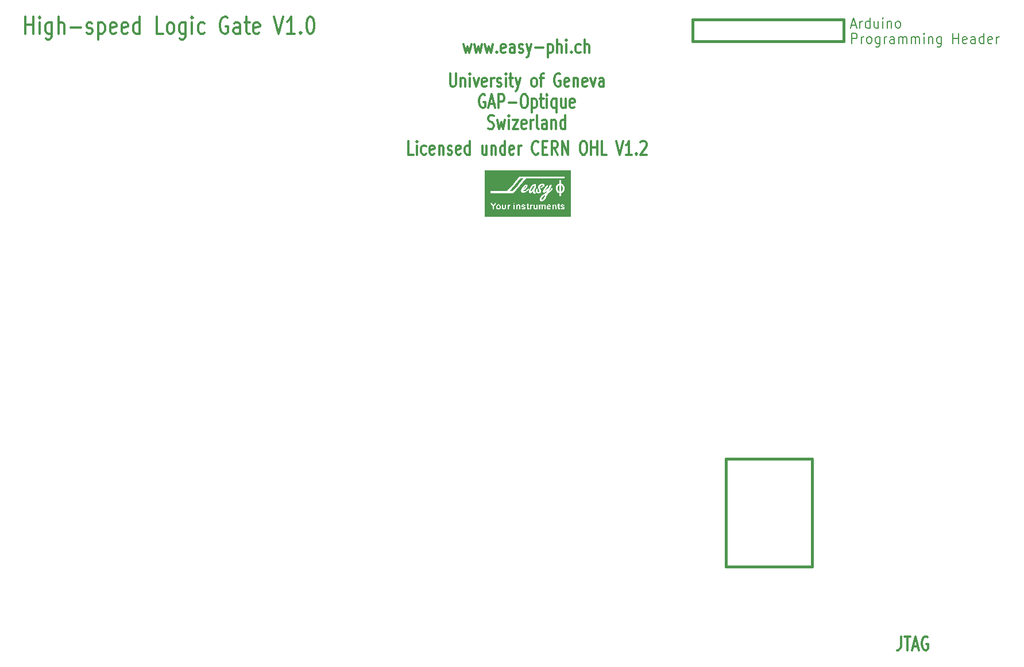
<source format=gto>
G04 (created by PCBNEW (2013-07-07 BZR 4022)-stable) date 10.12.2013 14:50:21*
%MOIN*%
G04 Gerber Fmt 3.4, Leading zero omitted, Abs format*
%FSLAX34Y34*%
G01*
G70*
G90*
G04 APERTURE LIST*
%ADD10C,0.00590551*%
%ADD11C,0.015*%
%ADD12C,0.011811*%
%ADD13C,0.00787402*%
%ADD14C,0.0001*%
G04 APERTURE END LIST*
G54D10*
G54D11*
X64500Y-21000D02*
X64500Y-22250D01*
X73250Y-21000D02*
X73250Y-22250D01*
X73250Y-22250D02*
X64500Y-22250D01*
X73250Y-21000D02*
X64500Y-21000D01*
G54D12*
X76594Y-56854D02*
X76594Y-57416D01*
X76566Y-57529D01*
X76510Y-57604D01*
X76425Y-57641D01*
X76369Y-57641D01*
X76791Y-56854D02*
X77128Y-56854D01*
X76960Y-57641D02*
X76960Y-56854D01*
X77297Y-57416D02*
X77578Y-57416D01*
X77241Y-57641D02*
X77438Y-56854D01*
X77634Y-57641D01*
X78141Y-56891D02*
X78084Y-56854D01*
X78000Y-56854D01*
X77916Y-56891D01*
X77859Y-56966D01*
X77831Y-57041D01*
X77803Y-57191D01*
X77803Y-57304D01*
X77831Y-57454D01*
X77859Y-57529D01*
X77916Y-57604D01*
X78000Y-57641D01*
X78056Y-57641D01*
X78141Y-57604D01*
X78169Y-57566D01*
X78169Y-57304D01*
X78056Y-57304D01*
G54D13*
X73707Y-21310D02*
X73969Y-21310D01*
X73654Y-21479D02*
X73838Y-20888D01*
X74022Y-21479D01*
X74206Y-21479D02*
X74206Y-21085D01*
X74206Y-21197D02*
X74232Y-21141D01*
X74258Y-21113D01*
X74311Y-21085D01*
X74363Y-21085D01*
X74783Y-21479D02*
X74783Y-20888D01*
X74783Y-21451D02*
X74730Y-21479D01*
X74625Y-21479D01*
X74573Y-21451D01*
X74547Y-21422D01*
X74520Y-21366D01*
X74520Y-21197D01*
X74547Y-21141D01*
X74573Y-21113D01*
X74625Y-21085D01*
X74730Y-21085D01*
X74783Y-21113D01*
X75282Y-21085D02*
X75282Y-21479D01*
X75045Y-21085D02*
X75045Y-21394D01*
X75072Y-21451D01*
X75124Y-21479D01*
X75203Y-21479D01*
X75255Y-21451D01*
X75282Y-21422D01*
X75544Y-21479D02*
X75544Y-21085D01*
X75544Y-20888D02*
X75518Y-20916D01*
X75544Y-20944D01*
X75570Y-20916D01*
X75544Y-20888D01*
X75544Y-20944D01*
X75807Y-21085D02*
X75807Y-21479D01*
X75807Y-21141D02*
X75833Y-21113D01*
X75885Y-21085D01*
X75964Y-21085D01*
X76017Y-21113D01*
X76043Y-21169D01*
X76043Y-21479D01*
X76384Y-21479D02*
X76332Y-21451D01*
X76305Y-21422D01*
X76279Y-21366D01*
X76279Y-21197D01*
X76305Y-21141D01*
X76332Y-21113D01*
X76384Y-21085D01*
X76463Y-21085D01*
X76515Y-21113D01*
X76541Y-21141D01*
X76568Y-21197D01*
X76568Y-21366D01*
X76541Y-21422D01*
X76515Y-21451D01*
X76463Y-21479D01*
X76384Y-21479D01*
X73733Y-22384D02*
X73733Y-21794D01*
X73943Y-21794D01*
X73996Y-21822D01*
X74022Y-21850D01*
X74048Y-21906D01*
X74048Y-21991D01*
X74022Y-22047D01*
X73996Y-22075D01*
X73943Y-22103D01*
X73733Y-22103D01*
X74284Y-22384D02*
X74284Y-21991D01*
X74284Y-22103D02*
X74311Y-22047D01*
X74337Y-22019D01*
X74389Y-21991D01*
X74442Y-21991D01*
X74704Y-22384D02*
X74652Y-22356D01*
X74625Y-22328D01*
X74599Y-22272D01*
X74599Y-22103D01*
X74625Y-22047D01*
X74652Y-22019D01*
X74704Y-21991D01*
X74783Y-21991D01*
X74835Y-22019D01*
X74862Y-22047D01*
X74888Y-22103D01*
X74888Y-22272D01*
X74862Y-22328D01*
X74835Y-22356D01*
X74783Y-22384D01*
X74704Y-22384D01*
X75360Y-21991D02*
X75360Y-22469D01*
X75334Y-22525D01*
X75308Y-22553D01*
X75255Y-22581D01*
X75177Y-22581D01*
X75124Y-22553D01*
X75360Y-22356D02*
X75308Y-22384D01*
X75203Y-22384D01*
X75150Y-22356D01*
X75124Y-22328D01*
X75098Y-22272D01*
X75098Y-22103D01*
X75124Y-22047D01*
X75150Y-22019D01*
X75203Y-21991D01*
X75308Y-21991D01*
X75360Y-22019D01*
X75623Y-22384D02*
X75623Y-21991D01*
X75623Y-22103D02*
X75649Y-22047D01*
X75675Y-22019D01*
X75728Y-21991D01*
X75780Y-21991D01*
X76200Y-22384D02*
X76200Y-22075D01*
X76174Y-22019D01*
X76122Y-21991D01*
X76017Y-21991D01*
X75964Y-22019D01*
X76200Y-22356D02*
X76148Y-22384D01*
X76017Y-22384D01*
X75964Y-22356D01*
X75938Y-22300D01*
X75938Y-22244D01*
X75964Y-22187D01*
X76017Y-22159D01*
X76148Y-22159D01*
X76200Y-22131D01*
X76463Y-22384D02*
X76463Y-21991D01*
X76463Y-22047D02*
X76489Y-22019D01*
X76541Y-21991D01*
X76620Y-21991D01*
X76673Y-22019D01*
X76699Y-22075D01*
X76699Y-22384D01*
X76699Y-22075D02*
X76725Y-22019D01*
X76778Y-21991D01*
X76856Y-21991D01*
X76909Y-22019D01*
X76935Y-22075D01*
X76935Y-22384D01*
X77198Y-22384D02*
X77198Y-21991D01*
X77198Y-22047D02*
X77224Y-22019D01*
X77276Y-21991D01*
X77355Y-21991D01*
X77408Y-22019D01*
X77434Y-22075D01*
X77434Y-22384D01*
X77434Y-22075D02*
X77460Y-22019D01*
X77513Y-21991D01*
X77591Y-21991D01*
X77644Y-22019D01*
X77670Y-22075D01*
X77670Y-22384D01*
X77933Y-22384D02*
X77933Y-21991D01*
X77933Y-21794D02*
X77906Y-21822D01*
X77933Y-21850D01*
X77959Y-21822D01*
X77933Y-21794D01*
X77933Y-21850D01*
X78195Y-21991D02*
X78195Y-22384D01*
X78195Y-22047D02*
X78221Y-22019D01*
X78274Y-21991D01*
X78353Y-21991D01*
X78405Y-22019D01*
X78431Y-22075D01*
X78431Y-22384D01*
X78930Y-21991D02*
X78930Y-22469D01*
X78904Y-22525D01*
X78877Y-22553D01*
X78825Y-22581D01*
X78746Y-22581D01*
X78694Y-22553D01*
X78930Y-22356D02*
X78877Y-22384D01*
X78772Y-22384D01*
X78720Y-22356D01*
X78694Y-22328D01*
X78667Y-22272D01*
X78667Y-22103D01*
X78694Y-22047D01*
X78720Y-22019D01*
X78772Y-21991D01*
X78877Y-21991D01*
X78930Y-22019D01*
X79612Y-22384D02*
X79612Y-21794D01*
X79612Y-22075D02*
X79927Y-22075D01*
X79927Y-22384D02*
X79927Y-21794D01*
X80400Y-22356D02*
X80347Y-22384D01*
X80242Y-22384D01*
X80190Y-22356D01*
X80164Y-22300D01*
X80164Y-22075D01*
X80190Y-22019D01*
X80242Y-21991D01*
X80347Y-21991D01*
X80400Y-22019D01*
X80426Y-22075D01*
X80426Y-22131D01*
X80164Y-22187D01*
X80898Y-22384D02*
X80898Y-22075D01*
X80872Y-22019D01*
X80820Y-21991D01*
X80715Y-21991D01*
X80662Y-22019D01*
X80898Y-22356D02*
X80846Y-22384D01*
X80715Y-22384D01*
X80662Y-22356D01*
X80636Y-22300D01*
X80636Y-22244D01*
X80662Y-22187D01*
X80715Y-22159D01*
X80846Y-22159D01*
X80898Y-22131D01*
X81397Y-22384D02*
X81397Y-21794D01*
X81397Y-22356D02*
X81345Y-22384D01*
X81240Y-22384D01*
X81187Y-22356D01*
X81161Y-22328D01*
X81135Y-22272D01*
X81135Y-22103D01*
X81161Y-22047D01*
X81187Y-22019D01*
X81240Y-21991D01*
X81345Y-21991D01*
X81397Y-22019D01*
X81870Y-22356D02*
X81817Y-22384D01*
X81712Y-22384D01*
X81660Y-22356D01*
X81633Y-22300D01*
X81633Y-22075D01*
X81660Y-22019D01*
X81712Y-21991D01*
X81817Y-21991D01*
X81870Y-22019D01*
X81896Y-22075D01*
X81896Y-22131D01*
X81633Y-22187D01*
X82132Y-22384D02*
X82132Y-21991D01*
X82132Y-22103D02*
X82158Y-22047D01*
X82185Y-22019D01*
X82237Y-21991D01*
X82290Y-21991D01*
G54D12*
X48293Y-28842D02*
X48011Y-28842D01*
X48011Y-28054D01*
X48489Y-28842D02*
X48489Y-28317D01*
X48489Y-28054D02*
X48461Y-28092D01*
X48489Y-28129D01*
X48517Y-28092D01*
X48489Y-28054D01*
X48489Y-28129D01*
X49024Y-28804D02*
X48967Y-28842D01*
X48855Y-28842D01*
X48799Y-28804D01*
X48771Y-28767D01*
X48742Y-28692D01*
X48742Y-28467D01*
X48771Y-28392D01*
X48799Y-28354D01*
X48855Y-28317D01*
X48967Y-28317D01*
X49024Y-28354D01*
X49502Y-28804D02*
X49446Y-28842D01*
X49333Y-28842D01*
X49277Y-28804D01*
X49249Y-28729D01*
X49249Y-28429D01*
X49277Y-28354D01*
X49333Y-28317D01*
X49446Y-28317D01*
X49502Y-28354D01*
X49530Y-28429D01*
X49530Y-28504D01*
X49249Y-28579D01*
X49783Y-28317D02*
X49783Y-28842D01*
X49783Y-28392D02*
X49811Y-28354D01*
X49867Y-28317D01*
X49952Y-28317D01*
X50008Y-28354D01*
X50036Y-28429D01*
X50036Y-28842D01*
X50289Y-28804D02*
X50345Y-28842D01*
X50458Y-28842D01*
X50514Y-28804D01*
X50542Y-28729D01*
X50542Y-28692D01*
X50514Y-28617D01*
X50458Y-28579D01*
X50374Y-28579D01*
X50317Y-28542D01*
X50289Y-28467D01*
X50289Y-28429D01*
X50317Y-28354D01*
X50374Y-28317D01*
X50458Y-28317D01*
X50514Y-28354D01*
X51020Y-28804D02*
X50964Y-28842D01*
X50852Y-28842D01*
X50795Y-28804D01*
X50767Y-28729D01*
X50767Y-28429D01*
X50795Y-28354D01*
X50852Y-28317D01*
X50964Y-28317D01*
X51020Y-28354D01*
X51048Y-28429D01*
X51048Y-28504D01*
X50767Y-28579D01*
X51555Y-28842D02*
X51555Y-28054D01*
X51555Y-28804D02*
X51498Y-28842D01*
X51386Y-28842D01*
X51330Y-28804D01*
X51302Y-28767D01*
X51273Y-28692D01*
X51273Y-28467D01*
X51302Y-28392D01*
X51330Y-28354D01*
X51386Y-28317D01*
X51498Y-28317D01*
X51555Y-28354D01*
X52539Y-28317D02*
X52539Y-28842D01*
X52286Y-28317D02*
X52286Y-28729D01*
X52314Y-28804D01*
X52370Y-28842D01*
X52455Y-28842D01*
X52511Y-28804D01*
X52539Y-28767D01*
X52820Y-28317D02*
X52820Y-28842D01*
X52820Y-28392D02*
X52848Y-28354D01*
X52904Y-28317D01*
X52989Y-28317D01*
X53045Y-28354D01*
X53073Y-28429D01*
X53073Y-28842D01*
X53607Y-28842D02*
X53607Y-28054D01*
X53607Y-28804D02*
X53551Y-28842D01*
X53439Y-28842D01*
X53383Y-28804D01*
X53354Y-28767D01*
X53326Y-28692D01*
X53326Y-28467D01*
X53354Y-28392D01*
X53383Y-28354D01*
X53439Y-28317D01*
X53551Y-28317D01*
X53607Y-28354D01*
X54114Y-28804D02*
X54057Y-28842D01*
X53945Y-28842D01*
X53889Y-28804D01*
X53861Y-28729D01*
X53861Y-28429D01*
X53889Y-28354D01*
X53945Y-28317D01*
X54057Y-28317D01*
X54114Y-28354D01*
X54142Y-28429D01*
X54142Y-28504D01*
X53861Y-28579D01*
X54395Y-28842D02*
X54395Y-28317D01*
X54395Y-28467D02*
X54423Y-28392D01*
X54451Y-28354D01*
X54507Y-28317D01*
X54564Y-28317D01*
X55548Y-28767D02*
X55520Y-28804D01*
X55435Y-28842D01*
X55379Y-28842D01*
X55295Y-28804D01*
X55239Y-28729D01*
X55210Y-28654D01*
X55182Y-28504D01*
X55182Y-28392D01*
X55210Y-28242D01*
X55239Y-28167D01*
X55295Y-28092D01*
X55379Y-28054D01*
X55435Y-28054D01*
X55520Y-28092D01*
X55548Y-28129D01*
X55801Y-28429D02*
X55998Y-28429D01*
X56082Y-28842D02*
X55801Y-28842D01*
X55801Y-28054D01*
X56082Y-28054D01*
X56673Y-28842D02*
X56476Y-28467D01*
X56335Y-28842D02*
X56335Y-28054D01*
X56560Y-28054D01*
X56616Y-28092D01*
X56645Y-28129D01*
X56673Y-28204D01*
X56673Y-28317D01*
X56645Y-28392D01*
X56616Y-28429D01*
X56560Y-28467D01*
X56335Y-28467D01*
X56926Y-28842D02*
X56926Y-28054D01*
X57263Y-28842D01*
X57263Y-28054D01*
X58107Y-28054D02*
X58219Y-28054D01*
X58276Y-28092D01*
X58332Y-28167D01*
X58360Y-28317D01*
X58360Y-28579D01*
X58332Y-28729D01*
X58276Y-28804D01*
X58219Y-28842D01*
X58107Y-28842D01*
X58051Y-28804D01*
X57994Y-28729D01*
X57966Y-28579D01*
X57966Y-28317D01*
X57994Y-28167D01*
X58051Y-28092D01*
X58107Y-28054D01*
X58613Y-28842D02*
X58613Y-28054D01*
X58613Y-28429D02*
X58951Y-28429D01*
X58951Y-28842D02*
X58951Y-28054D01*
X59513Y-28842D02*
X59232Y-28842D01*
X59232Y-28054D01*
X60075Y-28054D02*
X60272Y-28842D01*
X60469Y-28054D01*
X60975Y-28842D02*
X60638Y-28842D01*
X60807Y-28842D02*
X60807Y-28054D01*
X60750Y-28167D01*
X60694Y-28242D01*
X60638Y-28279D01*
X61228Y-28767D02*
X61257Y-28804D01*
X61228Y-28842D01*
X61200Y-28804D01*
X61228Y-28767D01*
X61228Y-28842D01*
X61482Y-28129D02*
X61510Y-28092D01*
X61566Y-28054D01*
X61706Y-28054D01*
X61763Y-28092D01*
X61791Y-28129D01*
X61819Y-28204D01*
X61819Y-28279D01*
X61791Y-28392D01*
X61453Y-28842D01*
X61819Y-28842D01*
X51212Y-22411D02*
X51324Y-22936D01*
X51437Y-22561D01*
X51549Y-22936D01*
X51661Y-22411D01*
X51830Y-22411D02*
X51943Y-22936D01*
X52055Y-22561D01*
X52168Y-22936D01*
X52280Y-22411D01*
X52449Y-22411D02*
X52561Y-22936D01*
X52674Y-22561D01*
X52786Y-22936D01*
X52899Y-22411D01*
X53124Y-22861D02*
X53152Y-22899D01*
X53124Y-22936D01*
X53096Y-22899D01*
X53124Y-22861D01*
X53124Y-22936D01*
X53630Y-22899D02*
X53574Y-22936D01*
X53461Y-22936D01*
X53405Y-22899D01*
X53377Y-22824D01*
X53377Y-22524D01*
X53405Y-22449D01*
X53461Y-22411D01*
X53574Y-22411D01*
X53630Y-22449D01*
X53658Y-22524D01*
X53658Y-22599D01*
X53377Y-22674D01*
X54164Y-22936D02*
X54164Y-22524D01*
X54136Y-22449D01*
X54080Y-22411D01*
X53967Y-22411D01*
X53911Y-22449D01*
X54164Y-22899D02*
X54108Y-22936D01*
X53967Y-22936D01*
X53911Y-22899D01*
X53883Y-22824D01*
X53883Y-22749D01*
X53911Y-22674D01*
X53967Y-22636D01*
X54108Y-22636D01*
X54164Y-22599D01*
X54417Y-22899D02*
X54474Y-22936D01*
X54586Y-22936D01*
X54642Y-22899D01*
X54670Y-22824D01*
X54670Y-22786D01*
X54642Y-22711D01*
X54586Y-22674D01*
X54502Y-22674D01*
X54446Y-22636D01*
X54417Y-22561D01*
X54417Y-22524D01*
X54446Y-22449D01*
X54502Y-22411D01*
X54586Y-22411D01*
X54642Y-22449D01*
X54867Y-22411D02*
X55008Y-22936D01*
X55149Y-22411D02*
X55008Y-22936D01*
X54952Y-23124D01*
X54924Y-23161D01*
X54867Y-23199D01*
X55374Y-22636D02*
X55823Y-22636D01*
X56105Y-22411D02*
X56105Y-23199D01*
X56105Y-22449D02*
X56161Y-22411D01*
X56273Y-22411D01*
X56330Y-22449D01*
X56358Y-22486D01*
X56386Y-22561D01*
X56386Y-22786D01*
X56358Y-22861D01*
X56330Y-22899D01*
X56273Y-22936D01*
X56161Y-22936D01*
X56105Y-22899D01*
X56639Y-22936D02*
X56639Y-22149D01*
X56892Y-22936D02*
X56892Y-22524D01*
X56864Y-22449D01*
X56808Y-22411D01*
X56723Y-22411D01*
X56667Y-22449D01*
X56639Y-22486D01*
X57173Y-22936D02*
X57173Y-22411D01*
X57173Y-22149D02*
X57145Y-22186D01*
X57173Y-22224D01*
X57201Y-22186D01*
X57173Y-22149D01*
X57173Y-22224D01*
X57455Y-22861D02*
X57483Y-22899D01*
X57455Y-22936D01*
X57426Y-22899D01*
X57455Y-22861D01*
X57455Y-22936D01*
X57989Y-22899D02*
X57933Y-22936D01*
X57820Y-22936D01*
X57764Y-22899D01*
X57736Y-22861D01*
X57708Y-22786D01*
X57708Y-22561D01*
X57736Y-22486D01*
X57764Y-22449D01*
X57820Y-22411D01*
X57933Y-22411D01*
X57989Y-22449D01*
X58242Y-22936D02*
X58242Y-22149D01*
X58495Y-22936D02*
X58495Y-22524D01*
X58467Y-22449D01*
X58411Y-22411D01*
X58326Y-22411D01*
X58270Y-22449D01*
X58242Y-22486D01*
X25774Y-21819D02*
X25774Y-20835D01*
X25774Y-21304D02*
X26224Y-21304D01*
X26224Y-21819D02*
X26224Y-20835D01*
X26598Y-21819D02*
X26598Y-21163D01*
X26598Y-20835D02*
X26561Y-20882D01*
X26598Y-20929D01*
X26636Y-20882D01*
X26598Y-20835D01*
X26598Y-20929D01*
X27311Y-21163D02*
X27311Y-21960D01*
X27273Y-22053D01*
X27236Y-22100D01*
X27161Y-22147D01*
X27048Y-22147D01*
X26973Y-22100D01*
X27311Y-21772D02*
X27236Y-21819D01*
X27086Y-21819D01*
X27011Y-21772D01*
X26973Y-21725D01*
X26936Y-21632D01*
X26936Y-21350D01*
X26973Y-21257D01*
X27011Y-21210D01*
X27086Y-21163D01*
X27236Y-21163D01*
X27311Y-21210D01*
X27686Y-21819D02*
X27686Y-20835D01*
X28023Y-21819D02*
X28023Y-21304D01*
X27986Y-21210D01*
X27911Y-21163D01*
X27798Y-21163D01*
X27723Y-21210D01*
X27686Y-21257D01*
X28398Y-21444D02*
X28998Y-21444D01*
X29336Y-21772D02*
X29411Y-21819D01*
X29561Y-21819D01*
X29636Y-21772D01*
X29673Y-21679D01*
X29673Y-21632D01*
X29636Y-21538D01*
X29561Y-21491D01*
X29448Y-21491D01*
X29373Y-21444D01*
X29336Y-21350D01*
X29336Y-21304D01*
X29373Y-21210D01*
X29448Y-21163D01*
X29561Y-21163D01*
X29636Y-21210D01*
X30011Y-21163D02*
X30011Y-22147D01*
X30011Y-21210D02*
X30086Y-21163D01*
X30236Y-21163D01*
X30311Y-21210D01*
X30348Y-21257D01*
X30386Y-21350D01*
X30386Y-21632D01*
X30348Y-21725D01*
X30311Y-21772D01*
X30236Y-21819D01*
X30086Y-21819D01*
X30011Y-21772D01*
X31023Y-21772D02*
X30948Y-21819D01*
X30798Y-21819D01*
X30723Y-21772D01*
X30685Y-21679D01*
X30685Y-21304D01*
X30723Y-21210D01*
X30798Y-21163D01*
X30948Y-21163D01*
X31023Y-21210D01*
X31060Y-21304D01*
X31060Y-21397D01*
X30685Y-21491D01*
X31698Y-21772D02*
X31623Y-21819D01*
X31473Y-21819D01*
X31398Y-21772D01*
X31360Y-21679D01*
X31360Y-21304D01*
X31398Y-21210D01*
X31473Y-21163D01*
X31623Y-21163D01*
X31698Y-21210D01*
X31735Y-21304D01*
X31735Y-21397D01*
X31360Y-21491D01*
X32410Y-21819D02*
X32410Y-20835D01*
X32410Y-21772D02*
X32335Y-21819D01*
X32185Y-21819D01*
X32110Y-21772D01*
X32073Y-21725D01*
X32035Y-21632D01*
X32035Y-21350D01*
X32073Y-21257D01*
X32110Y-21210D01*
X32185Y-21163D01*
X32335Y-21163D01*
X32410Y-21210D01*
X33760Y-21819D02*
X33385Y-21819D01*
X33385Y-20835D01*
X34135Y-21819D02*
X34060Y-21772D01*
X34023Y-21725D01*
X33985Y-21632D01*
X33985Y-21350D01*
X34023Y-21257D01*
X34060Y-21210D01*
X34135Y-21163D01*
X34248Y-21163D01*
X34323Y-21210D01*
X34360Y-21257D01*
X34398Y-21350D01*
X34398Y-21632D01*
X34360Y-21725D01*
X34323Y-21772D01*
X34248Y-21819D01*
X34135Y-21819D01*
X35072Y-21163D02*
X35072Y-21960D01*
X35035Y-22053D01*
X34997Y-22100D01*
X34922Y-22147D01*
X34810Y-22147D01*
X34735Y-22100D01*
X35072Y-21772D02*
X34997Y-21819D01*
X34847Y-21819D01*
X34772Y-21772D01*
X34735Y-21725D01*
X34697Y-21632D01*
X34697Y-21350D01*
X34735Y-21257D01*
X34772Y-21210D01*
X34847Y-21163D01*
X34997Y-21163D01*
X35072Y-21210D01*
X35447Y-21819D02*
X35447Y-21163D01*
X35447Y-20835D02*
X35410Y-20882D01*
X35447Y-20929D01*
X35485Y-20882D01*
X35447Y-20835D01*
X35447Y-20929D01*
X36160Y-21772D02*
X36085Y-21819D01*
X35935Y-21819D01*
X35860Y-21772D01*
X35822Y-21725D01*
X35785Y-21632D01*
X35785Y-21350D01*
X35822Y-21257D01*
X35860Y-21210D01*
X35935Y-21163D01*
X36085Y-21163D01*
X36160Y-21210D01*
X37510Y-20882D02*
X37435Y-20835D01*
X37322Y-20835D01*
X37210Y-20882D01*
X37135Y-20976D01*
X37097Y-21069D01*
X37060Y-21257D01*
X37060Y-21397D01*
X37097Y-21585D01*
X37135Y-21679D01*
X37210Y-21772D01*
X37322Y-21819D01*
X37397Y-21819D01*
X37510Y-21772D01*
X37547Y-21725D01*
X37547Y-21397D01*
X37397Y-21397D01*
X38222Y-21819D02*
X38222Y-21304D01*
X38185Y-21210D01*
X38110Y-21163D01*
X37960Y-21163D01*
X37885Y-21210D01*
X38222Y-21772D02*
X38147Y-21819D01*
X37960Y-21819D01*
X37885Y-21772D01*
X37847Y-21679D01*
X37847Y-21585D01*
X37885Y-21491D01*
X37960Y-21444D01*
X38147Y-21444D01*
X38222Y-21397D01*
X38485Y-21163D02*
X38784Y-21163D01*
X38597Y-20835D02*
X38597Y-21679D01*
X38634Y-21772D01*
X38709Y-21819D01*
X38784Y-21819D01*
X39347Y-21772D02*
X39272Y-21819D01*
X39122Y-21819D01*
X39047Y-21772D01*
X39009Y-21679D01*
X39009Y-21304D01*
X39047Y-21210D01*
X39122Y-21163D01*
X39272Y-21163D01*
X39347Y-21210D01*
X39384Y-21304D01*
X39384Y-21397D01*
X39009Y-21491D01*
X40209Y-20835D02*
X40472Y-21819D01*
X40734Y-20835D01*
X41409Y-21819D02*
X40959Y-21819D01*
X41184Y-21819D02*
X41184Y-20835D01*
X41109Y-20976D01*
X41034Y-21069D01*
X40959Y-21116D01*
X41747Y-21725D02*
X41784Y-21772D01*
X41747Y-21819D01*
X41709Y-21772D01*
X41747Y-21725D01*
X41747Y-21819D01*
X42272Y-20835D02*
X42347Y-20835D01*
X42422Y-20882D01*
X42459Y-20929D01*
X42497Y-21022D01*
X42534Y-21210D01*
X42534Y-21444D01*
X42497Y-21632D01*
X42459Y-21725D01*
X42422Y-21772D01*
X42347Y-21819D01*
X42272Y-21819D01*
X42197Y-21772D01*
X42159Y-21725D01*
X42122Y-21632D01*
X42084Y-21444D01*
X42084Y-21210D01*
X42122Y-21022D01*
X42159Y-20929D01*
X42197Y-20882D01*
X42272Y-20835D01*
X50424Y-24117D02*
X50424Y-24755D01*
X50452Y-24830D01*
X50480Y-24867D01*
X50537Y-24905D01*
X50649Y-24905D01*
X50705Y-24867D01*
X50733Y-24830D01*
X50762Y-24755D01*
X50762Y-24117D01*
X51043Y-24380D02*
X51043Y-24905D01*
X51043Y-24455D02*
X51071Y-24417D01*
X51127Y-24380D01*
X51212Y-24380D01*
X51268Y-24417D01*
X51296Y-24492D01*
X51296Y-24905D01*
X51577Y-24905D02*
X51577Y-24380D01*
X51577Y-24117D02*
X51549Y-24155D01*
X51577Y-24192D01*
X51605Y-24155D01*
X51577Y-24117D01*
X51577Y-24192D01*
X51802Y-24380D02*
X51943Y-24905D01*
X52083Y-24380D01*
X52533Y-24867D02*
X52477Y-24905D01*
X52365Y-24905D01*
X52308Y-24867D01*
X52280Y-24792D01*
X52280Y-24492D01*
X52308Y-24417D01*
X52365Y-24380D01*
X52477Y-24380D01*
X52533Y-24417D01*
X52561Y-24492D01*
X52561Y-24567D01*
X52280Y-24642D01*
X52814Y-24905D02*
X52814Y-24380D01*
X52814Y-24530D02*
X52843Y-24455D01*
X52871Y-24417D01*
X52927Y-24380D01*
X52983Y-24380D01*
X53152Y-24867D02*
X53208Y-24905D01*
X53321Y-24905D01*
X53377Y-24867D01*
X53405Y-24792D01*
X53405Y-24755D01*
X53377Y-24680D01*
X53321Y-24642D01*
X53236Y-24642D01*
X53180Y-24605D01*
X53152Y-24530D01*
X53152Y-24492D01*
X53180Y-24417D01*
X53236Y-24380D01*
X53321Y-24380D01*
X53377Y-24417D01*
X53658Y-24905D02*
X53658Y-24380D01*
X53658Y-24117D02*
X53630Y-24155D01*
X53658Y-24192D01*
X53686Y-24155D01*
X53658Y-24117D01*
X53658Y-24192D01*
X53855Y-24380D02*
X54080Y-24380D01*
X53939Y-24117D02*
X53939Y-24792D01*
X53967Y-24867D01*
X54024Y-24905D01*
X54080Y-24905D01*
X54221Y-24380D02*
X54361Y-24905D01*
X54502Y-24380D02*
X54361Y-24905D01*
X54305Y-25092D01*
X54277Y-25130D01*
X54221Y-25167D01*
X55261Y-24905D02*
X55205Y-24867D01*
X55177Y-24830D01*
X55149Y-24755D01*
X55149Y-24530D01*
X55177Y-24455D01*
X55205Y-24417D01*
X55261Y-24380D01*
X55345Y-24380D01*
X55402Y-24417D01*
X55430Y-24455D01*
X55458Y-24530D01*
X55458Y-24755D01*
X55430Y-24830D01*
X55402Y-24867D01*
X55345Y-24905D01*
X55261Y-24905D01*
X55627Y-24380D02*
X55852Y-24380D01*
X55711Y-24905D02*
X55711Y-24230D01*
X55739Y-24155D01*
X55795Y-24117D01*
X55852Y-24117D01*
X56808Y-24155D02*
X56751Y-24117D01*
X56667Y-24117D01*
X56583Y-24155D01*
X56526Y-24230D01*
X56498Y-24305D01*
X56470Y-24455D01*
X56470Y-24567D01*
X56498Y-24717D01*
X56526Y-24792D01*
X56583Y-24867D01*
X56667Y-24905D01*
X56723Y-24905D01*
X56808Y-24867D01*
X56836Y-24830D01*
X56836Y-24567D01*
X56723Y-24567D01*
X57314Y-24867D02*
X57258Y-24905D01*
X57145Y-24905D01*
X57089Y-24867D01*
X57061Y-24792D01*
X57061Y-24492D01*
X57089Y-24417D01*
X57145Y-24380D01*
X57258Y-24380D01*
X57314Y-24417D01*
X57342Y-24492D01*
X57342Y-24567D01*
X57061Y-24642D01*
X57595Y-24380D02*
X57595Y-24905D01*
X57595Y-24455D02*
X57623Y-24417D01*
X57679Y-24380D01*
X57764Y-24380D01*
X57820Y-24417D01*
X57848Y-24492D01*
X57848Y-24905D01*
X58354Y-24867D02*
X58298Y-24905D01*
X58186Y-24905D01*
X58129Y-24867D01*
X58101Y-24792D01*
X58101Y-24492D01*
X58129Y-24417D01*
X58186Y-24380D01*
X58298Y-24380D01*
X58354Y-24417D01*
X58383Y-24492D01*
X58383Y-24567D01*
X58101Y-24642D01*
X58579Y-24380D02*
X58720Y-24905D01*
X58861Y-24380D01*
X59339Y-24905D02*
X59339Y-24492D01*
X59311Y-24417D01*
X59254Y-24380D01*
X59142Y-24380D01*
X59086Y-24417D01*
X59339Y-24867D02*
X59282Y-24905D01*
X59142Y-24905D01*
X59086Y-24867D01*
X59057Y-24792D01*
X59057Y-24717D01*
X59086Y-24642D01*
X59142Y-24605D01*
X59282Y-24605D01*
X59339Y-24567D01*
X52449Y-25375D02*
X52393Y-25338D01*
X52308Y-25338D01*
X52224Y-25375D01*
X52168Y-25450D01*
X52140Y-25525D01*
X52111Y-25675D01*
X52111Y-25788D01*
X52140Y-25938D01*
X52168Y-26013D01*
X52224Y-26088D01*
X52308Y-26125D01*
X52365Y-26125D01*
X52449Y-26088D01*
X52477Y-26050D01*
X52477Y-25788D01*
X52365Y-25788D01*
X52702Y-25900D02*
X52983Y-25900D01*
X52646Y-26125D02*
X52843Y-25338D01*
X53039Y-26125D01*
X53236Y-26125D02*
X53236Y-25338D01*
X53461Y-25338D01*
X53517Y-25375D01*
X53546Y-25413D01*
X53574Y-25488D01*
X53574Y-25600D01*
X53546Y-25675D01*
X53517Y-25713D01*
X53461Y-25750D01*
X53236Y-25750D01*
X53827Y-25825D02*
X54277Y-25825D01*
X54670Y-25338D02*
X54783Y-25338D01*
X54839Y-25375D01*
X54895Y-25450D01*
X54924Y-25600D01*
X54924Y-25863D01*
X54895Y-26013D01*
X54839Y-26088D01*
X54783Y-26125D01*
X54670Y-26125D01*
X54614Y-26088D01*
X54558Y-26013D01*
X54530Y-25863D01*
X54530Y-25600D01*
X54558Y-25450D01*
X54614Y-25375D01*
X54670Y-25338D01*
X55177Y-25600D02*
X55177Y-26388D01*
X55177Y-25638D02*
X55233Y-25600D01*
X55345Y-25600D01*
X55402Y-25638D01*
X55430Y-25675D01*
X55458Y-25750D01*
X55458Y-25975D01*
X55430Y-26050D01*
X55402Y-26088D01*
X55345Y-26125D01*
X55233Y-26125D01*
X55177Y-26088D01*
X55627Y-25600D02*
X55852Y-25600D01*
X55711Y-25338D02*
X55711Y-26013D01*
X55739Y-26088D01*
X55795Y-26125D01*
X55852Y-26125D01*
X56048Y-26125D02*
X56048Y-25600D01*
X56048Y-25338D02*
X56020Y-25375D01*
X56048Y-25413D01*
X56077Y-25375D01*
X56048Y-25338D01*
X56048Y-25413D01*
X56583Y-25600D02*
X56583Y-26388D01*
X56583Y-26088D02*
X56526Y-26125D01*
X56414Y-26125D01*
X56358Y-26088D01*
X56330Y-26050D01*
X56302Y-25975D01*
X56302Y-25750D01*
X56330Y-25675D01*
X56358Y-25638D01*
X56414Y-25600D01*
X56526Y-25600D01*
X56583Y-25638D01*
X57117Y-25600D02*
X57117Y-26125D01*
X56864Y-25600D02*
X56864Y-26013D01*
X56892Y-26088D01*
X56948Y-26125D01*
X57033Y-26125D01*
X57089Y-26088D01*
X57117Y-26050D01*
X57623Y-26088D02*
X57567Y-26125D01*
X57455Y-26125D01*
X57398Y-26088D01*
X57370Y-26013D01*
X57370Y-25713D01*
X57398Y-25638D01*
X57455Y-25600D01*
X57567Y-25600D01*
X57623Y-25638D01*
X57651Y-25713D01*
X57651Y-25788D01*
X57370Y-25863D01*
X52632Y-27308D02*
X52716Y-27346D01*
X52857Y-27346D01*
X52913Y-27308D01*
X52941Y-27271D01*
X52969Y-27196D01*
X52969Y-27121D01*
X52941Y-27046D01*
X52913Y-27008D01*
X52857Y-26971D01*
X52744Y-26933D01*
X52688Y-26896D01*
X52660Y-26858D01*
X52632Y-26783D01*
X52632Y-26708D01*
X52660Y-26633D01*
X52688Y-26596D01*
X52744Y-26558D01*
X52885Y-26558D01*
X52969Y-26596D01*
X53166Y-26821D02*
X53278Y-27346D01*
X53391Y-26971D01*
X53503Y-27346D01*
X53616Y-26821D01*
X53841Y-27346D02*
X53841Y-26821D01*
X53841Y-26558D02*
X53813Y-26596D01*
X53841Y-26633D01*
X53869Y-26596D01*
X53841Y-26558D01*
X53841Y-26633D01*
X54066Y-26821D02*
X54375Y-26821D01*
X54066Y-27346D01*
X54375Y-27346D01*
X54825Y-27308D02*
X54769Y-27346D01*
X54656Y-27346D01*
X54600Y-27308D01*
X54572Y-27233D01*
X54572Y-26933D01*
X54600Y-26858D01*
X54656Y-26821D01*
X54769Y-26821D01*
X54825Y-26858D01*
X54853Y-26933D01*
X54853Y-27008D01*
X54572Y-27083D01*
X55106Y-27346D02*
X55106Y-26821D01*
X55106Y-26971D02*
X55134Y-26896D01*
X55163Y-26858D01*
X55219Y-26821D01*
X55275Y-26821D01*
X55556Y-27346D02*
X55500Y-27308D01*
X55472Y-27233D01*
X55472Y-26558D01*
X56034Y-27346D02*
X56034Y-26933D01*
X56006Y-26858D01*
X55950Y-26821D01*
X55838Y-26821D01*
X55781Y-26858D01*
X56034Y-27308D02*
X55978Y-27346D01*
X55838Y-27346D01*
X55781Y-27308D01*
X55753Y-27233D01*
X55753Y-27158D01*
X55781Y-27083D01*
X55838Y-27046D01*
X55978Y-27046D01*
X56034Y-27008D01*
X56316Y-26821D02*
X56316Y-27346D01*
X56316Y-26896D02*
X56344Y-26858D01*
X56400Y-26821D01*
X56484Y-26821D01*
X56541Y-26858D01*
X56569Y-26933D01*
X56569Y-27346D01*
X57103Y-27346D02*
X57103Y-26558D01*
X57103Y-27308D02*
X57047Y-27346D01*
X56934Y-27346D01*
X56878Y-27308D01*
X56850Y-27271D01*
X56822Y-27196D01*
X56822Y-26971D01*
X56850Y-26896D01*
X56878Y-26858D01*
X56934Y-26821D01*
X57047Y-26821D01*
X57103Y-26858D01*
G54D11*
X71437Y-52795D02*
X66437Y-52795D01*
X71437Y-46515D02*
X71437Y-52795D01*
X66437Y-46515D02*
X71437Y-46515D01*
X66437Y-52795D02*
X66437Y-46515D01*
G54D14*
G36*
X57421Y-32462D02*
X57071Y-32462D01*
X57071Y-31929D01*
X57065Y-31905D01*
X57065Y-30807D01*
X57065Y-30760D01*
X57062Y-30725D01*
X57061Y-30723D01*
X57061Y-30232D01*
X57061Y-30172D01*
X57061Y-30112D01*
X55754Y-30112D01*
X54446Y-30112D01*
X54086Y-30542D01*
X53726Y-30972D01*
X53254Y-30972D01*
X52781Y-30972D01*
X52781Y-31032D01*
X52781Y-31092D01*
X53440Y-31092D01*
X54100Y-31092D01*
X54459Y-30665D01*
X54817Y-30237D01*
X55939Y-30234D01*
X57061Y-30232D01*
X57061Y-30723D01*
X57054Y-30696D01*
X57042Y-30666D01*
X57039Y-30660D01*
X57008Y-30610D01*
X56967Y-30569D01*
X56921Y-30543D01*
X56900Y-30537D01*
X56871Y-30530D01*
X56871Y-30431D01*
X56871Y-30332D01*
X56816Y-30332D01*
X56761Y-30332D01*
X56761Y-30432D01*
X56761Y-30478D01*
X56759Y-30508D01*
X56755Y-30525D01*
X56749Y-30531D01*
X56746Y-30532D01*
X56722Y-30538D01*
X56690Y-30553D01*
X56659Y-30573D01*
X56635Y-30593D01*
X56602Y-30636D01*
X56581Y-30683D01*
X56570Y-30739D01*
X56566Y-30802D01*
X56567Y-30849D01*
X56570Y-30884D01*
X56576Y-30911D01*
X56587Y-30939D01*
X56594Y-30953D01*
X56630Y-31010D01*
X56677Y-31050D01*
X56723Y-31073D01*
X56761Y-31086D01*
X56761Y-31179D01*
X56761Y-31272D01*
X56816Y-31272D01*
X56871Y-31272D01*
X56871Y-31178D01*
X56871Y-31085D01*
X56915Y-31068D01*
X56949Y-31049D01*
X56984Y-31023D01*
X56995Y-31012D01*
X57027Y-30972D01*
X57048Y-30932D01*
X57060Y-30887D01*
X57065Y-30830D01*
X57065Y-30807D01*
X57065Y-31905D01*
X57063Y-31899D01*
X57039Y-31874D01*
X56998Y-31853D01*
X56971Y-31845D01*
X56932Y-31831D01*
X56910Y-31819D01*
X56906Y-31812D01*
X56914Y-31799D01*
X56934Y-31794D01*
X56958Y-31796D01*
X56979Y-31806D01*
X56981Y-31807D01*
X57005Y-31819D01*
X57030Y-31817D01*
X57053Y-31810D01*
X57059Y-31799D01*
X57050Y-31781D01*
X57037Y-31765D01*
X57022Y-31750D01*
X57006Y-31741D01*
X56982Y-31738D01*
X56946Y-31737D01*
X56909Y-31738D01*
X56886Y-31742D01*
X56870Y-31750D01*
X56855Y-31765D01*
X56835Y-31800D01*
X56834Y-31832D01*
X56850Y-31862D01*
X56884Y-31885D01*
X56935Y-31902D01*
X56936Y-31903D01*
X56973Y-31914D01*
X56996Y-31928D01*
X57000Y-31942D01*
X56990Y-31953D01*
X56960Y-31962D01*
X56927Y-31956D01*
X56902Y-31941D01*
X56882Y-31926D01*
X56857Y-31926D01*
X56852Y-31927D01*
X56829Y-31933D01*
X56822Y-31941D01*
X56829Y-31958D01*
X56832Y-31963D01*
X56858Y-31993D01*
X56897Y-32013D01*
X56944Y-32021D01*
X56993Y-32016D01*
X57016Y-32008D01*
X57051Y-31985D01*
X57068Y-31952D01*
X57071Y-31929D01*
X57071Y-32462D01*
X56809Y-32462D01*
X56809Y-31992D01*
X56809Y-31992D01*
X56808Y-31973D01*
X56796Y-31967D01*
X56784Y-31967D01*
X56756Y-31967D01*
X56753Y-31880D01*
X56750Y-31792D01*
X56776Y-31792D01*
X56795Y-31788D01*
X56801Y-31772D01*
X56801Y-31767D01*
X56797Y-31748D01*
X56781Y-31742D01*
X56776Y-31742D01*
X56761Y-31740D01*
X56753Y-31731D01*
X56751Y-31710D01*
X56751Y-31696D01*
X56751Y-31650D01*
X56719Y-31671D01*
X56693Y-31694D01*
X56683Y-31716D01*
X56674Y-31737D01*
X56660Y-31742D01*
X56645Y-31748D01*
X56641Y-31767D01*
X56646Y-31787D01*
X56661Y-31792D01*
X56670Y-31794D01*
X56676Y-31800D01*
X56679Y-31816D01*
X56681Y-31845D01*
X56681Y-31887D01*
X56681Y-31933D01*
X56684Y-31963D01*
X56688Y-31983D01*
X56696Y-31997D01*
X56702Y-32003D01*
X56723Y-32017D01*
X56752Y-32021D01*
X56764Y-32020D01*
X56791Y-32016D01*
X56804Y-32008D01*
X56809Y-31992D01*
X56809Y-32462D01*
X56591Y-32462D01*
X56591Y-32022D01*
X56591Y-31912D01*
X56590Y-31852D01*
X56585Y-31808D01*
X56578Y-31777D01*
X56565Y-31757D01*
X56546Y-31744D01*
X56544Y-31743D01*
X56505Y-31733D01*
X56466Y-31740D01*
X56444Y-31752D01*
X56422Y-31764D01*
X56413Y-31764D01*
X56411Y-31757D01*
X56402Y-31745D01*
X56381Y-31742D01*
X56375Y-31742D01*
X56375Y-30786D01*
X56369Y-30775D01*
X56352Y-30763D01*
X56333Y-30769D01*
X56312Y-30794D01*
X56305Y-30803D01*
X56282Y-30836D01*
X56252Y-30872D01*
X56222Y-30906D01*
X56195Y-30931D01*
X56179Y-30943D01*
X56172Y-30944D01*
X56172Y-30935D01*
X56180Y-30914D01*
X56196Y-30881D01*
X56222Y-30834D01*
X56256Y-30772D01*
X56270Y-30747D01*
X56299Y-30693D01*
X56315Y-30652D01*
X56320Y-30622D01*
X56314Y-30600D01*
X56309Y-30594D01*
X56292Y-30584D01*
X56271Y-30586D01*
X56247Y-30603D01*
X56216Y-30634D01*
X56179Y-30682D01*
X56161Y-30707D01*
X56127Y-30751D01*
X56090Y-30795D01*
X56050Y-30836D01*
X56012Y-30873D01*
X55978Y-30902D01*
X55949Y-30922D01*
X55930Y-30929D01*
X55923Y-30928D01*
X55923Y-30914D01*
X55934Y-30888D01*
X55956Y-30853D01*
X55986Y-30812D01*
X56023Y-30766D01*
X56032Y-30756D01*
X56064Y-30719D01*
X56085Y-30691D01*
X56096Y-30671D01*
X56099Y-30654D01*
X56099Y-30647D01*
X56093Y-30625D01*
X56078Y-30615D01*
X56067Y-30614D01*
X56039Y-30620D01*
X56003Y-30645D01*
X55963Y-30687D01*
X55917Y-30747D01*
X55897Y-30776D01*
X55897Y-30603D01*
X55886Y-30573D01*
X55863Y-30551D01*
X55830Y-30538D01*
X55789Y-30534D01*
X55744Y-30538D01*
X55696Y-30550D01*
X55648Y-30570D01*
X55603Y-30599D01*
X55564Y-30635D01*
X55544Y-30661D01*
X55524Y-30706D01*
X55523Y-30756D01*
X55539Y-30812D01*
X55553Y-30838D01*
X55577Y-30884D01*
X55593Y-30916D01*
X55603Y-30937D01*
X55607Y-30951D01*
X55606Y-30961D01*
X55603Y-30971D01*
X55602Y-30975D01*
X55583Y-31000D01*
X55556Y-31008D01*
X55528Y-31001D01*
X55500Y-30978D01*
X55486Y-30943D01*
X55488Y-30897D01*
X55505Y-30842D01*
X55505Y-30840D01*
X55505Y-30823D01*
X55492Y-30812D01*
X55469Y-30810D01*
X55446Y-30824D01*
X55425Y-30850D01*
X55409Y-30883D01*
X55409Y-30626D01*
X55407Y-30603D01*
X55400Y-30587D01*
X55387Y-30573D01*
X55387Y-30572D01*
X55352Y-30553D01*
X55313Y-30550D01*
X55269Y-30562D01*
X55223Y-30587D01*
X55177Y-30623D01*
X55132Y-30670D01*
X55091Y-30725D01*
X55056Y-30786D01*
X55028Y-30851D01*
X55011Y-30914D01*
X55006Y-30974D01*
X55016Y-31020D01*
X55042Y-31056D01*
X55048Y-31062D01*
X55081Y-31080D01*
X55113Y-31081D01*
X55148Y-31064D01*
X55182Y-31034D01*
X55229Y-30986D01*
X55235Y-31018D01*
X55248Y-31047D01*
X55272Y-31076D01*
X55301Y-31100D01*
X55329Y-31111D01*
X55336Y-31112D01*
X55361Y-31106D01*
X55375Y-31096D01*
X55389Y-31075D01*
X55386Y-31054D01*
X55366Y-31029D01*
X55356Y-31019D01*
X55332Y-30994D01*
X55322Y-30969D01*
X55321Y-30955D01*
X55325Y-30921D01*
X55337Y-30877D01*
X55352Y-30830D01*
X55371Y-30787D01*
X55383Y-30764D01*
X55399Y-30722D01*
X55407Y-30663D01*
X55409Y-30626D01*
X55409Y-30883D01*
X55408Y-30884D01*
X55397Y-30922D01*
X55395Y-30962D01*
X55397Y-30976D01*
X55415Y-31027D01*
X55448Y-31067D01*
X55490Y-31092D01*
X55541Y-31103D01*
X55594Y-31095D01*
X55614Y-31088D01*
X55658Y-31062D01*
X55684Y-31028D01*
X55695Y-30981D01*
X55696Y-30964D01*
X55694Y-30926D01*
X55685Y-30896D01*
X55668Y-30861D01*
X55662Y-30852D01*
X55634Y-30796D01*
X55622Y-30748D01*
X55628Y-30708D01*
X55642Y-30686D01*
X55674Y-30659D01*
X55712Y-30637D01*
X55749Y-30624D01*
X55766Y-30622D01*
X55785Y-30626D01*
X55791Y-30642D01*
X55791Y-30647D01*
X55786Y-30665D01*
X55771Y-30680D01*
X55741Y-30694D01*
X55697Y-30708D01*
X55667Y-30723D01*
X55653Y-30744D01*
X55656Y-30767D01*
X55657Y-30770D01*
X55679Y-30786D01*
X55713Y-30788D01*
X55759Y-30776D01*
X55770Y-30771D01*
X55825Y-30738D01*
X55867Y-30694D01*
X55892Y-30643D01*
X55897Y-30603D01*
X55897Y-30776D01*
X55895Y-30778D01*
X55853Y-30849D01*
X55824Y-30911D01*
X55811Y-30964D01*
X55813Y-31006D01*
X55828Y-31034D01*
X55855Y-31050D01*
X55891Y-31050D01*
X55935Y-31032D01*
X55985Y-30997D01*
X56029Y-30959D01*
X56072Y-30917D01*
X56042Y-30982D01*
X56028Y-31010D01*
X56016Y-31030D01*
X56000Y-31048D01*
X55978Y-31065D01*
X55946Y-31087D01*
X55905Y-31113D01*
X55812Y-31175D01*
X55738Y-31236D01*
X55684Y-31295D01*
X55649Y-31352D01*
X55633Y-31409D01*
X55631Y-31430D01*
X55639Y-31481D01*
X55660Y-31520D01*
X55692Y-31544D01*
X55733Y-31554D01*
X55781Y-31547D01*
X55831Y-31523D01*
X55835Y-31521D01*
X55873Y-31490D01*
X55911Y-31446D01*
X55952Y-31387D01*
X55994Y-31312D01*
X56036Y-31230D01*
X56063Y-31176D01*
X56083Y-31138D01*
X56099Y-31111D01*
X56114Y-31091D01*
X56131Y-31076D01*
X56151Y-31061D01*
X56154Y-31059D01*
X56205Y-31022D01*
X56252Y-30979D01*
X56295Y-30935D01*
X56330Y-30890D01*
X56357Y-30849D01*
X56372Y-30814D01*
X56375Y-30786D01*
X56375Y-31742D01*
X56351Y-31742D01*
X56351Y-31882D01*
X56351Y-32022D01*
X56386Y-32022D01*
X56421Y-32022D01*
X56421Y-31924D01*
X56423Y-31866D01*
X56429Y-31824D01*
X56440Y-31798D01*
X56458Y-31785D01*
X56476Y-31782D01*
X56495Y-31786D01*
X56507Y-31799D01*
X56516Y-31824D01*
X56520Y-31863D01*
X56521Y-31920D01*
X56521Y-31921D01*
X56521Y-32022D01*
X56556Y-32022D01*
X56591Y-32022D01*
X56591Y-32462D01*
X56284Y-32462D01*
X56284Y-31902D01*
X56277Y-31854D01*
X56263Y-31801D01*
X56236Y-31763D01*
X56198Y-31740D01*
X56150Y-31735D01*
X56143Y-31735D01*
X56097Y-31749D01*
X56063Y-31778D01*
X56040Y-31819D01*
X56032Y-31872D01*
X56034Y-31899D01*
X56048Y-31952D01*
X56076Y-31990D01*
X56116Y-32014D01*
X56165Y-32022D01*
X56192Y-32019D01*
X56216Y-32007D01*
X56240Y-31985D01*
X56276Y-31948D01*
X56242Y-31938D01*
X56218Y-31933D01*
X56203Y-31938D01*
X56193Y-31950D01*
X56171Y-31968D01*
X56145Y-31970D01*
X56121Y-31955D01*
X56117Y-31950D01*
X56104Y-31929D01*
X56102Y-31915D01*
X56113Y-31907D01*
X56138Y-31903D01*
X56182Y-31902D01*
X56192Y-31902D01*
X56284Y-31902D01*
X56284Y-32462D01*
X55973Y-32462D01*
X55973Y-32022D01*
X55969Y-31896D01*
X55968Y-31844D01*
X55966Y-31807D01*
X55962Y-31783D01*
X55958Y-31768D01*
X55950Y-31758D01*
X55942Y-31751D01*
X55908Y-31735D01*
X55869Y-31734D01*
X55834Y-31748D01*
X55830Y-31751D01*
X55812Y-31763D01*
X55800Y-31763D01*
X55782Y-31751D01*
X55747Y-31735D01*
X55707Y-31735D01*
X55670Y-31750D01*
X55667Y-31753D01*
X55649Y-31765D01*
X55642Y-31765D01*
X55641Y-31758D01*
X55633Y-31746D01*
X55611Y-31742D01*
X55581Y-31742D01*
X55581Y-31882D01*
X55581Y-32022D01*
X55616Y-32022D01*
X55651Y-32022D01*
X55651Y-31924D01*
X55653Y-31864D01*
X55660Y-31822D01*
X55672Y-31795D01*
X55689Y-31783D01*
X55700Y-31782D01*
X55717Y-31785D01*
X55728Y-31795D01*
X55736Y-31816D01*
X55740Y-31851D01*
X55741Y-31902D01*
X55741Y-31914D01*
X55741Y-32022D01*
X55776Y-32022D01*
X55811Y-32022D01*
X55811Y-31924D01*
X55813Y-31864D01*
X55820Y-31822D01*
X55832Y-31795D01*
X55850Y-31783D01*
X55859Y-31782D01*
X55877Y-31785D01*
X55889Y-31795D01*
X55896Y-31816D01*
X55900Y-31851D01*
X55901Y-31902D01*
X55901Y-31914D01*
X55901Y-32022D01*
X55937Y-32022D01*
X55973Y-32022D01*
X55973Y-32462D01*
X55501Y-32462D01*
X55501Y-32022D01*
X55501Y-31882D01*
X55501Y-31742D01*
X55466Y-31742D01*
X55431Y-31742D01*
X55431Y-31835D01*
X55429Y-31893D01*
X55422Y-31933D01*
X55410Y-31958D01*
X55391Y-31970D01*
X55376Y-31972D01*
X55357Y-31968D01*
X55344Y-31955D01*
X55336Y-31929D01*
X55332Y-31888D01*
X55331Y-31838D01*
X55331Y-31742D01*
X55296Y-31742D01*
X55261Y-31742D01*
X55261Y-31847D01*
X55262Y-31893D01*
X55265Y-31934D01*
X55269Y-31964D01*
X55272Y-31976D01*
X55295Y-32003D01*
X55329Y-32019D01*
X55369Y-32020D01*
X55411Y-32007D01*
X55412Y-32007D01*
X55432Y-31998D01*
X55440Y-31998D01*
X55441Y-32007D01*
X55450Y-32019D01*
X55471Y-32022D01*
X55501Y-32022D01*
X55501Y-32462D01*
X55224Y-32462D01*
X55224Y-31774D01*
X55221Y-31749D01*
X55206Y-31735D01*
X55181Y-31731D01*
X55154Y-31740D01*
X55134Y-31754D01*
X55118Y-31767D01*
X55112Y-31767D01*
X55111Y-31759D01*
X55104Y-31746D01*
X55082Y-31742D01*
X55081Y-31742D01*
X55051Y-31742D01*
X55051Y-31882D01*
X55051Y-32022D01*
X55086Y-32022D01*
X55121Y-32022D01*
X55121Y-31940D01*
X55123Y-31884D01*
X55130Y-31846D01*
X55142Y-31821D01*
X55161Y-31808D01*
X55183Y-31804D01*
X55208Y-31799D01*
X55220Y-31788D01*
X55224Y-31774D01*
X55224Y-32462D01*
X55019Y-32462D01*
X55019Y-31992D01*
X55019Y-31992D01*
X55018Y-31973D01*
X55006Y-31967D01*
X54994Y-31967D01*
X54966Y-31967D01*
X54963Y-31880D01*
X54960Y-31792D01*
X54986Y-31792D01*
X55005Y-31788D01*
X55011Y-31772D01*
X55011Y-31767D01*
X55007Y-31748D01*
X54999Y-31745D01*
X54999Y-30831D01*
X54996Y-30812D01*
X54985Y-30803D01*
X54968Y-30806D01*
X54942Y-30821D01*
X54907Y-30851D01*
X54887Y-30870D01*
X54835Y-30916D01*
X54790Y-30947D01*
X54751Y-30965D01*
X54713Y-30972D01*
X54709Y-30972D01*
X54675Y-30966D01*
X54655Y-30953D01*
X54651Y-30934D01*
X54664Y-30916D01*
X54688Y-30902D01*
X54739Y-30879D01*
X54787Y-30846D01*
X54830Y-30807D01*
X54866Y-30765D01*
X54895Y-30721D01*
X54914Y-30678D01*
X54922Y-30640D01*
X54916Y-30608D01*
X54899Y-30587D01*
X54862Y-30574D01*
X54819Y-30578D01*
X54769Y-30600D01*
X54715Y-30641D01*
X54678Y-30674D01*
X54625Y-30735D01*
X54586Y-30796D01*
X54559Y-30857D01*
X54546Y-30915D01*
X54547Y-30967D01*
X54563Y-31012D01*
X54593Y-31048D01*
X54612Y-31060D01*
X54647Y-31069D01*
X54694Y-31067D01*
X54746Y-31054D01*
X54800Y-31031D01*
X54802Y-31030D01*
X54848Y-31002D01*
X54892Y-30968D01*
X54932Y-30931D01*
X54965Y-30894D01*
X54988Y-30860D01*
X54999Y-30831D01*
X54999Y-31745D01*
X54991Y-31742D01*
X54986Y-31742D01*
X54971Y-31740D01*
X54963Y-31731D01*
X54961Y-31710D01*
X54961Y-31696D01*
X54961Y-31650D01*
X54929Y-31671D01*
X54903Y-31694D01*
X54893Y-31716D01*
X54884Y-31737D01*
X54870Y-31742D01*
X54855Y-31748D01*
X54851Y-31767D01*
X54856Y-31787D01*
X54871Y-31792D01*
X54880Y-31794D01*
X54886Y-31800D01*
X54889Y-31816D01*
X54891Y-31845D01*
X54891Y-31887D01*
X54892Y-31933D01*
X54894Y-31963D01*
X54898Y-31983D01*
X54906Y-31997D01*
X54911Y-32003D01*
X54933Y-32017D01*
X54962Y-32021D01*
X54974Y-32020D01*
X55001Y-32016D01*
X55014Y-32008D01*
X55019Y-31992D01*
X55019Y-32462D01*
X54921Y-32462D01*
X54801Y-32462D01*
X54801Y-31929D01*
X54793Y-31899D01*
X54769Y-31874D01*
X54728Y-31853D01*
X54701Y-31845D01*
X54662Y-31831D01*
X54640Y-31819D01*
X54636Y-31812D01*
X54644Y-31799D01*
X54664Y-31794D01*
X54688Y-31796D01*
X54709Y-31806D01*
X54711Y-31807D01*
X54735Y-31819D01*
X54760Y-31817D01*
X54783Y-31810D01*
X54789Y-31799D01*
X54780Y-31781D01*
X54767Y-31765D01*
X54752Y-31750D01*
X54736Y-31741D01*
X54712Y-31738D01*
X54676Y-31737D01*
X54639Y-31738D01*
X54616Y-31742D01*
X54600Y-31750D01*
X54585Y-31765D01*
X54565Y-31800D01*
X54563Y-31832D01*
X54580Y-31862D01*
X54614Y-31885D01*
X54664Y-31902D01*
X54665Y-31903D01*
X54703Y-31914D01*
X54725Y-31928D01*
X54730Y-31942D01*
X54720Y-31953D01*
X54690Y-31962D01*
X54656Y-31956D01*
X54632Y-31941D01*
X54612Y-31926D01*
X54587Y-31926D01*
X54582Y-31927D01*
X54559Y-31933D01*
X54552Y-31941D01*
X54559Y-31958D01*
X54562Y-31963D01*
X54588Y-31993D01*
X54627Y-32013D01*
X54674Y-32021D01*
X54722Y-32016D01*
X54745Y-32008D01*
X54781Y-31985D01*
X54798Y-31952D01*
X54801Y-31929D01*
X54801Y-32462D01*
X54501Y-32462D01*
X54501Y-32022D01*
X54501Y-31912D01*
X54500Y-31852D01*
X54496Y-31808D01*
X54487Y-31777D01*
X54475Y-31757D01*
X54456Y-31744D01*
X54454Y-31743D01*
X54415Y-31733D01*
X54376Y-31740D01*
X54353Y-31752D01*
X54332Y-31764D01*
X54323Y-31764D01*
X54321Y-31757D01*
X54312Y-31745D01*
X54291Y-31742D01*
X54261Y-31742D01*
X54261Y-31882D01*
X54261Y-32022D01*
X54296Y-32022D01*
X54331Y-32022D01*
X54331Y-31924D01*
X54333Y-31866D01*
X54339Y-31824D01*
X54350Y-31798D01*
X54368Y-31785D01*
X54386Y-31782D01*
X54404Y-31786D01*
X54417Y-31799D01*
X54425Y-31824D01*
X54430Y-31863D01*
X54431Y-31920D01*
X54431Y-31921D01*
X54431Y-32022D01*
X54466Y-32022D01*
X54501Y-32022D01*
X54501Y-32462D01*
X54181Y-32462D01*
X54181Y-32022D01*
X54181Y-31882D01*
X54181Y-31742D01*
X54181Y-31672D01*
X54179Y-31652D01*
X54169Y-31644D01*
X54146Y-31642D01*
X54122Y-31644D01*
X54113Y-31652D01*
X54111Y-31672D01*
X54113Y-31692D01*
X54123Y-31701D01*
X54146Y-31702D01*
X54169Y-31700D01*
X54179Y-31692D01*
X54181Y-31672D01*
X54181Y-31742D01*
X54146Y-31742D01*
X54111Y-31742D01*
X54111Y-31882D01*
X54111Y-32022D01*
X54146Y-32022D01*
X54181Y-32022D01*
X54181Y-32462D01*
X53934Y-32462D01*
X53934Y-31774D01*
X53931Y-31749D01*
X53916Y-31735D01*
X53891Y-31731D01*
X53863Y-31740D01*
X53844Y-31754D01*
X53828Y-31767D01*
X53822Y-31767D01*
X53821Y-31759D01*
X53814Y-31746D01*
X53792Y-31742D01*
X53791Y-31742D01*
X53761Y-31742D01*
X53761Y-31882D01*
X53761Y-32022D01*
X53796Y-32022D01*
X53831Y-32022D01*
X53831Y-31940D01*
X53833Y-31884D01*
X53839Y-31846D01*
X53852Y-31821D01*
X53871Y-31808D01*
X53893Y-31804D01*
X53918Y-31799D01*
X53930Y-31788D01*
X53934Y-31774D01*
X53934Y-32462D01*
X53681Y-32462D01*
X53681Y-32022D01*
X53681Y-31882D01*
X53681Y-31742D01*
X53646Y-31742D01*
X53611Y-31742D01*
X53611Y-31835D01*
X53609Y-31893D01*
X53602Y-31933D01*
X53590Y-31958D01*
X53571Y-31970D01*
X53556Y-31972D01*
X53537Y-31968D01*
X53524Y-31955D01*
X53516Y-31929D01*
X53512Y-31888D01*
X53511Y-31838D01*
X53511Y-31742D01*
X53476Y-31742D01*
X53441Y-31742D01*
X53441Y-31847D01*
X53442Y-31893D01*
X53445Y-31934D01*
X53449Y-31964D01*
X53452Y-31976D01*
X53475Y-32003D01*
X53509Y-32019D01*
X53549Y-32020D01*
X53591Y-32007D01*
X53591Y-32007D01*
X53611Y-31998D01*
X53620Y-31998D01*
X53621Y-32007D01*
X53629Y-32019D01*
X53651Y-32022D01*
X53681Y-32022D01*
X53681Y-32462D01*
X53369Y-32462D01*
X53369Y-31856D01*
X53357Y-31812D01*
X53332Y-31775D01*
X53294Y-31748D01*
X53248Y-31735D01*
X53197Y-31738D01*
X53154Y-31757D01*
X53120Y-31788D01*
X53101Y-31824D01*
X53101Y-31647D01*
X53092Y-31644D01*
X53070Y-31642D01*
X53063Y-31642D01*
X53044Y-31643D01*
X53030Y-31647D01*
X53018Y-31659D01*
X53003Y-31681D01*
X52983Y-31717D01*
X52981Y-31722D01*
X52936Y-31802D01*
X52891Y-31722D01*
X52870Y-31684D01*
X52854Y-31661D01*
X52841Y-31648D01*
X52828Y-31643D01*
X52810Y-31642D01*
X52808Y-31642D01*
X52784Y-31643D01*
X52771Y-31646D01*
X52771Y-31647D01*
X52776Y-31656D01*
X52789Y-31680D01*
X52810Y-31713D01*
X52834Y-31754D01*
X52836Y-31757D01*
X52901Y-31862D01*
X52901Y-31942D01*
X52901Y-32022D01*
X52936Y-32022D01*
X52971Y-32022D01*
X52971Y-31942D01*
X52971Y-31862D01*
X53036Y-31757D01*
X53061Y-31716D01*
X53081Y-31682D01*
X53095Y-31658D01*
X53101Y-31647D01*
X53101Y-31824D01*
X53098Y-31829D01*
X53090Y-31876D01*
X53098Y-31926D01*
X53109Y-31951D01*
X53138Y-31986D01*
X53178Y-32010D01*
X53223Y-32020D01*
X53268Y-32017D01*
X53308Y-31999D01*
X53317Y-31991D01*
X53350Y-31949D01*
X53367Y-31903D01*
X53369Y-31856D01*
X53369Y-32462D01*
X52421Y-32462D01*
X52421Y-31102D01*
X52421Y-29742D01*
X54921Y-29742D01*
X57421Y-29742D01*
X57421Y-31102D01*
X57421Y-32462D01*
X57421Y-32462D01*
X57421Y-32462D01*
G37*
G36*
X53301Y-31877D02*
X53294Y-31919D01*
X53277Y-31950D01*
X53252Y-31968D01*
X53223Y-31969D01*
X53192Y-31954D01*
X53185Y-31947D01*
X53166Y-31917D01*
X53160Y-31881D01*
X53165Y-31844D01*
X53181Y-31812D01*
X53205Y-31790D01*
X53235Y-31782D01*
X53263Y-31791D01*
X53285Y-31816D01*
X53298Y-31851D01*
X53301Y-31877D01*
X53301Y-31877D01*
X53301Y-31877D01*
G37*
G36*
X56209Y-31828D02*
X56208Y-31843D01*
X56191Y-31850D01*
X56156Y-31852D01*
X56120Y-31850D01*
X56103Y-31844D01*
X56101Y-31839D01*
X56109Y-31815D01*
X56129Y-31793D01*
X56152Y-31782D01*
X56156Y-31782D01*
X56180Y-31790D01*
X56195Y-31804D01*
X56209Y-31828D01*
X56209Y-31828D01*
X56209Y-31828D01*
G37*
G36*
X55945Y-31183D02*
X55944Y-31195D01*
X55934Y-31220D01*
X55918Y-31253D01*
X55898Y-31292D01*
X55876Y-31331D01*
X55854Y-31367D01*
X55835Y-31396D01*
X55822Y-31412D01*
X55790Y-31440D01*
X55762Y-31452D01*
X55741Y-31448D01*
X55738Y-31445D01*
X55730Y-31424D01*
X55735Y-31393D01*
X55751Y-31356D01*
X55778Y-31318D01*
X55812Y-31280D01*
X55828Y-31266D01*
X55867Y-31235D01*
X55901Y-31209D01*
X55928Y-31191D01*
X55943Y-31183D01*
X55945Y-31183D01*
X55945Y-31183D01*
X55945Y-31183D01*
G37*
G36*
X56761Y-30807D02*
X56761Y-30865D01*
X56759Y-30915D01*
X56757Y-30953D01*
X56754Y-30976D01*
X56752Y-30982D01*
X56740Y-30975D01*
X56722Y-30957D01*
X56717Y-30951D01*
X56696Y-30921D01*
X56683Y-30889D01*
X56677Y-30848D01*
X56676Y-30807D01*
X56677Y-30769D01*
X56681Y-30736D01*
X56684Y-30720D01*
X56694Y-30697D01*
X56711Y-30671D01*
X56730Y-30648D01*
X56746Y-30634D01*
X56752Y-30632D01*
X56755Y-30641D01*
X56758Y-30668D01*
X56759Y-30709D01*
X56761Y-30760D01*
X56761Y-30807D01*
X56761Y-30807D01*
X56761Y-30807D01*
G37*
G36*
X56957Y-30815D02*
X56952Y-30860D01*
X56942Y-30895D01*
X56926Y-30930D01*
X56908Y-30959D01*
X56890Y-30978D01*
X56880Y-30982D01*
X56877Y-30972D01*
X56874Y-30945D01*
X56872Y-30902D01*
X56871Y-30847D01*
X56871Y-30807D01*
X56871Y-30749D01*
X56873Y-30699D01*
X56875Y-30661D01*
X56878Y-30638D01*
X56880Y-30632D01*
X56892Y-30639D01*
X56909Y-30656D01*
X56914Y-30662D01*
X56938Y-30703D01*
X56953Y-30757D01*
X56957Y-30815D01*
X56957Y-30815D01*
X56957Y-30815D01*
G37*
G36*
X55327Y-30670D02*
X55322Y-30684D01*
X55313Y-30698D01*
X55300Y-30719D01*
X55280Y-30753D01*
X55258Y-30793D01*
X55246Y-30815D01*
X55211Y-30877D01*
X55179Y-30924D01*
X55151Y-30956D01*
X55129Y-30971D01*
X55112Y-30968D01*
X55105Y-30957D01*
X55103Y-30929D01*
X55111Y-30889D01*
X55129Y-30842D01*
X55154Y-30794D01*
X55183Y-30746D01*
X55216Y-30705D01*
X55231Y-30689D01*
X55264Y-30663D01*
X55291Y-30653D01*
X55315Y-30658D01*
X55320Y-30661D01*
X55327Y-30670D01*
X55327Y-30670D01*
X55327Y-30670D01*
G37*
G36*
X54661Y-30237D02*
X54655Y-30246D01*
X54637Y-30268D01*
X54609Y-30303D01*
X54571Y-30348D01*
X54526Y-30403D01*
X54474Y-30465D01*
X54417Y-30534D01*
X54355Y-30607D01*
X54355Y-30607D01*
X54049Y-30972D01*
X53964Y-30972D01*
X53879Y-30972D01*
X53898Y-30948D01*
X53908Y-30935D01*
X53929Y-30909D01*
X53961Y-30871D01*
X54001Y-30822D01*
X54049Y-30765D01*
X54103Y-30701D01*
X54160Y-30632D01*
X54206Y-30578D01*
X54496Y-30232D01*
X54578Y-30232D01*
X54616Y-30233D01*
X54645Y-30234D01*
X54660Y-30236D01*
X54661Y-30237D01*
X54661Y-30237D01*
X54661Y-30237D01*
G37*
G36*
X54827Y-30675D02*
X54826Y-30687D01*
X54816Y-30709D01*
X54798Y-30735D01*
X54776Y-30761D01*
X54764Y-30773D01*
X54737Y-30796D01*
X54711Y-30815D01*
X54691Y-30826D01*
X54681Y-30827D01*
X54681Y-30825D01*
X54687Y-30805D01*
X54704Y-30779D01*
X54727Y-30749D01*
X54755Y-30721D01*
X54782Y-30696D01*
X54806Y-30679D01*
X54823Y-30673D01*
X54827Y-30675D01*
X54827Y-30675D01*
X54827Y-30675D01*
G37*
M02*

</source>
